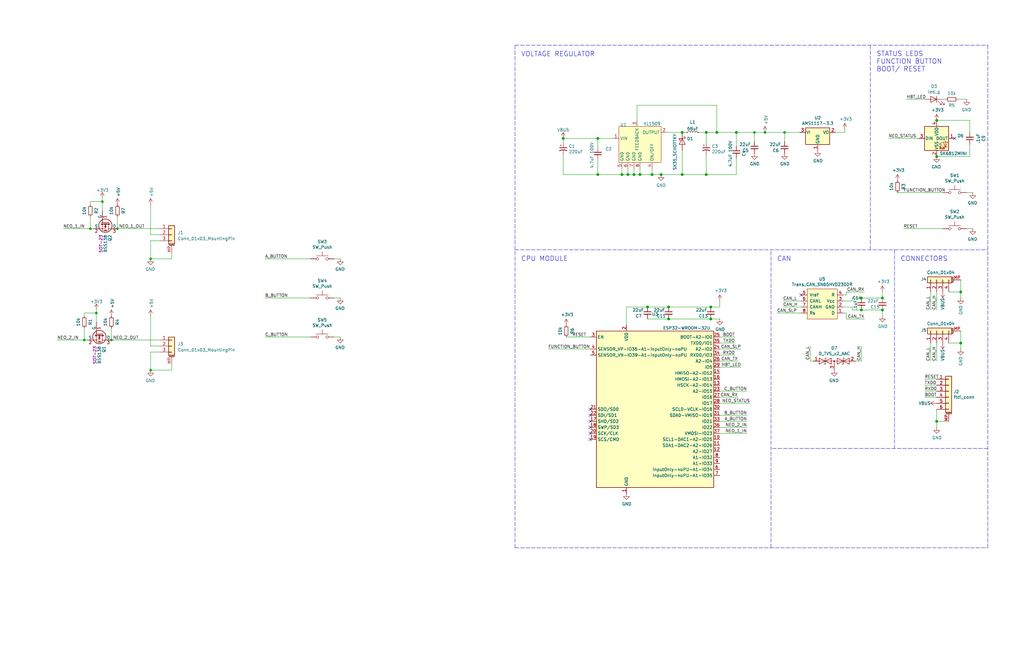
<source format=kicad_sch>
(kicad_sch (version 20230121) (generator eeschema)
  (paper "B")
  (title_block (rev "1.0P") (company "Evezor Inc."))
  (lib_symbols
    (symbol "Connector_Generic_MountingPin:Conn_01x03_MountingPin" (pin_names (offset 1.016) hide)
      (property "Reference" "J" (at 0 5.08 0))
      (property "Value" "Conn_01x03_MountingPin" (at 1.27 -5.08 0))
      (symbol "Conn_01x03_MountingPin_1_1"
        (rectangle (start -1.27 -2.413) (end 0 -2.667) (stroke (width 0.1524)))
        (rectangle (start -1.27 0.127) (end 0 -0.127) (stroke (width 0.1524)))
        (rectangle (start -1.27 2.667) (end 0 2.413) (stroke (width 0.1524)))
        (rectangle (start -1.27 3.81) (end 1.27 -3.81) (stroke (width 0.254)) (fill (type background)))
        (polyline (pts (xy -1.016 -4.572) (xy 1.016 -4.572)) (stroke (width 0.1524)))
        (text "Mounting" (at 0 -4.191 0) (effects (font (size 0.381 0.381))))
        (pin passive line (at -5.08 2.54 0) (length 3.81) (name "Pin_1") (number "1"))
        (pin passive line (at -5.08 0 0) (length 3.81) (name "Pin_2") (number "2"))
        (pin passive line (at -5.08 -2.54 0) (length 3.81) (name "Pin_3") (number "3"))
        (pin passive line (at 0 -7.62 90) (length 3.048) (name "MountPin") (number "MP"))
      )
    )
    (symbol "Connector_Generic_MountingPin:Conn_01x04_MountingPin" (pin_names (offset 1.016) hide)
      (property "Reference" "J" (at 0 5.08 0))
      (property "Value" "Conn_01x04_MountingPin" (at 1.27 -7.62 0))
      (symbol "Conn_01x04_MountingPin_1_1"
        (rectangle (start -1.27 -4.953) (end 0 -5.207) (stroke (width 0.1524)))
        (rectangle (start -1.27 -2.413) (end 0 -2.667) (stroke (width 0.1524)))
        (rectangle (start -1.27 0.127) (end 0 -0.127) (stroke (width 0.1524)))
        (rectangle (start -1.27 2.667) (end 0 2.413) (stroke (width 0.1524)))
        (rectangle (start -1.27 3.81) (end 1.27 -6.35) (stroke (width 0.254)) (fill (type background)))
        (polyline (pts (xy -1.016 -7.112) (xy 1.016 -7.112)) (stroke (width 0.1524)))
        (text "Mounting" (at 0 -6.731 0) (effects (font (size 0.381 0.381))))
        (pin passive line (at -5.08 2.54 0) (length 3.81) (name "Pin_1") (number "1"))
        (pin passive line (at -5.08 0 0) (length 3.81) (name "Pin_2") (number "2"))
        (pin passive line (at -5.08 -2.54 0) (length 3.81) (name "Pin_3") (number "3"))
        (pin passive line (at -5.08 -5.08 0) (length 3.81) (name "Pin_4") (number "4"))
        (pin passive line (at 0 -10.16 90) (length 3.048) (name "MountPin") (number "MP"))
      )
    )
    (symbol "Connector_Generic_MountingPin:Conn_01x06_MountingPin" (pin_names (offset 1.016) hide)
      (property "Reference" "J" (at 0 7.62 0))
      (property "Value" "Conn_01x06_MountingPin" (at 1.27 -10.16 0))
      (symbol "Conn_01x06_MountingPin_1_1"
        (rectangle (start -1.27 -7.493) (end 0 -7.747) (stroke (width 0.1524)))
        (rectangle (start -1.27 -4.953) (end 0 -5.207) (stroke (width 0.1524)))
        (rectangle (start -1.27 -2.413) (end 0 -2.667) (stroke (width 0.1524)))
        (rectangle (start -1.27 0.127) (end 0 -0.127) (stroke (width 0.1524)))
        (rectangle (start -1.27 2.667) (end 0 2.413) (stroke (width 0.1524)))
        (rectangle (start -1.27 5.207) (end 0 4.953) (stroke (width 0.1524)))
        (rectangle (start -1.27 6.35) (end 1.27 -8.89) (stroke (width 0.254)) (fill (type background)))
        (polyline (pts (xy -1.016 -9.652) (xy 1.016 -9.652)) (stroke (width 0.1524)))
        (text "Mounting" (at 0 -9.271 0) (effects (font (size 0.381 0.381))))
        (pin passive line (at -5.08 5.08 0) (length 3.81) (name "Pin_1") (number "1"))
        (pin passive line (at -5.08 2.54 0) (length 3.81) (name "Pin_2") (number "2"))
        (pin passive line (at -5.08 0 0) (length 3.81) (name "Pin_3") (number "3"))
        (pin passive line (at -5.08 -2.54 0) (length 3.81) (name "Pin_4") (number "4"))
        (pin passive line (at -5.08 -5.08 0) (length 3.81) (name "Pin_5") (number "5"))
        (pin passive line (at -5.08 -7.62 0) (length 3.81) (name "Pin_6") (number "6"))
        (pin passive line (at 0 -12.7 90) (length 3.048) (name "MountPin") (number "MP"))
      )
    )
    (symbol "Device:CP1_Small" (pin_numbers hide) (pin_names (offset 0.254) hide)
      (property "Reference" "C" (at 0.254 1.778 0))
      (property "Value" "CP1_Small" (at 0.254 -2.032 0))
      (symbol "CP1_Small_0_1"
        (polyline (pts (xy -1.524 0.508) (xy 1.524 0.508)) (stroke (width 0.3048)))
        (polyline (pts (xy -1.27 1.524) (xy -0.762 1.524)))
        (polyline (pts (xy -1.016 1.27) (xy -1.016 1.778)))
        (arc (start 1.524 -0.762) (mid 0 -0.3734) (end -1.524 -0.762) (stroke (width 0.3048)))
      )
      (symbol "CP1_Small_1_1"
        (pin passive line (at 0 2.54 270) (length 2.032) (name "~") (number "1"))
        (pin passive line (at 0 -2.54 90) (length 2.032) (name "~") (number "2"))
      )
    )
    (symbol "Device:C_Small" (pin_numbers hide) (pin_names (offset 0.254) hide)
      (property "Reference" "C" (at 0.254 1.778 0))
      (property "Value" "C_Small" (at 0.254 -2.032 0))
      (symbol "C_Small_0_1"
        (polyline (pts (xy -1.524 -0.508) (xy 1.524 -0.508)) (stroke (width 0.3302)))
        (polyline (pts (xy -1.524 0.508) (xy 1.524 0.508)) (stroke (width 0.3048)))
      )
      (symbol "C_Small_1_1"
        (pin passive line (at 0 2.54 270) (length 2.032) (name "~") (number "1"))
        (pin passive line (at 0 -2.54 90) (length 2.032) (name "~") (number "2"))
      )
    )
    (symbol "Device:D_Schottky" (pin_numbers hide) (pin_names (offset 1.016) hide)
      (property "Reference" "D" (at 0 2.54 0))
      (property "Value" "D_Schottky" (at 0 -2.54 0))
      (symbol "D_Schottky_0_1"
        (polyline (pts (xy 1.27 0) (xy -1.27 0)))
        (polyline (pts (xy 1.27 1.27) (xy 1.27 -1.27) (xy -1.27 0) (xy 1.27 1.27)) (stroke (width 0.2032)))
        (polyline (pts (xy -1.905 0.635) (xy -1.905 1.27) (xy -1.27 1.27) (xy -1.27 -1.27) (xy -0.635 -1.27) (xy -0.635 -0.635)) (stroke (width 0.2032)))
      )
      (symbol "D_Schottky_1_1"
        (pin passive line (at -3.81 0 0) (length 2.54) (name "K") (number "1"))
        (pin passive line (at 3.81 0 180) (length 2.54) (name "A") (number "2"))
      )
    )
    (symbol "Device:D_TVS_x2_AAC" (pin_names (offset 1.016) hide)
      (property "Reference" "D" (at 0 4.445 0))
      (property "Value" "D_TVS_x2_AAC" (at 0 2.54 0))
      (symbol "D_TVS_x2_AAC_0_0"
        (polyline (pts (xy 0 -1.27) (xy 0 0)))
      )
      (symbol "D_TVS_x2_AAC_0_1"
        (polyline (pts (xy -6.35 0) (xy 6.35 0)))
        (polyline (pts (xy -3.302 1.27) (xy -3.81 1.27) (xy -3.81 -1.27) (xy -4.318 -1.27)) (stroke (width 0.2032)))
        (polyline (pts (xy 4.318 1.27) (xy 3.81 1.27) (xy 3.81 -1.27) (xy 3.302 -1.27)) (stroke (width 0.2032)))
        (polyline (pts (xy -6.35 -1.27) (xy -1.27 1.27) (xy -1.27 -1.27) (xy -6.35 1.27) (xy -6.35 -1.27)) (stroke (width 0.2032)))
        (polyline (pts (xy 1.27 -1.27) (xy 1.27 1.27) (xy 6.35 -1.27) (xy 6.35 1.27) (xy 1.27 -1.27)) (stroke (width 0.2032)))
        (circle (center 0 0) (radius 0.254) (fill (type outline)))
      )
      (symbol "D_TVS_x2_AAC_1_1"
        (pin passive line (at -8.89 0 0) (length 2.54) (name "A1") (number "1"))
        (pin passive line (at 8.89 0 180) (length 2.54) (name "A2") (number "2"))
        (pin input line (at 0 -3.81 90) (length 2.54) (name "common") (number "3"))
      )
    )
    (symbol "Device:LED" (pin_numbers hide) (pin_names (offset 1.016) hide)
      (property "Reference" "D" (at 0 2.54 0))
      (property "Value" "LED" (at 0 -2.54 0))
      (symbol "LED_0_1"
        (polyline (pts (xy -1.27 -1.27) (xy -1.27 1.27)) (stroke (width 0.2032)))
        (polyline (pts (xy -1.27 0) (xy 1.27 0)))
        (polyline (pts (xy 1.27 -1.27) (xy 1.27 1.27) (xy -1.27 0) (xy 1.27 -1.27)) (stroke (width 0.2032)))
        (polyline (pts (xy -3.048 -0.762) (xy -4.572 -2.286) (xy -3.81 -2.286) (xy -4.572 -2.286) (xy -4.572 -1.524)))
        (polyline (pts (xy -1.778 -0.762) (xy -3.302 -2.286) (xy -2.54 -2.286) (xy -3.302 -2.286) (xy -3.302 -1.524)))
      )
      (symbol "LED_1_1"
        (pin passive line (at -3.81 0 0) (length 2.54) (name "K") (number "1"))
        (pin passive line (at 3.81 0 180) (length 2.54) (name "A") (number "2"))
      )
    )
    (symbol "Device:L_Small" (pin_numbers hide) (pin_names (offset 0.254) hide)
      (property "Reference" "L" (at 0.762 1.016 0))
      (property "Value" "L_Small" (at 0.762 -1.016 0))
      (symbol "L_Small_0_1"
        (arc (start 0 -2.032) (mid 0.5058 -1.524) (end 0 -1.016))
        (arc (start 0 -1.016) (mid 0.5058 -0.508) (end 0 0))
        (arc (start 0 0) (mid 0.5058 0.508) (end 0 1.016))
        (arc (start 0 1.016) (mid 0.5058 1.524) (end 0 2.032))
      )
      (symbol "L_Small_1_1"
        (pin passive line (at 0 2.54 270) (length 0.508) (name "~") (number "1"))
        (pin passive line (at 0 -2.54 90) (length 0.508) (name "~") (number "2"))
      )
    )
    (symbol "Device:R_Small" (pin_numbers hide) (pin_names (offset 0.254) hide)
      (property "Reference" "R" (at 0.762 0.508 0))
      (property "Value" "R_Small" (at 0.762 -1.016 0))
      (symbol "R_Small_0_1"
        (rectangle (start -0.762 1.778) (end 0.762 -1.778) (stroke (width 0.2032)))
      )
      (symbol "R_Small_1_1"
        (pin passive line (at 0 2.54 270) (length 0.762) (name "~") (number "1"))
        (pin passive line (at 0 -2.54 90) (length 0.762) (name "~") (number "2"))
      )
    )
    (symbol "Evezor_Library:ESP32-WROOM-32U"
      (property "Reference" "U" (at -25.4 34.29 0))
      (property "Value" "ESP32-WROOM-32U" (at 12.7 34.29 0))
      (symbol "ESP32-WROOM-32U_0_1"
        (rectangle (start -25.4 33.02) (end 24.13 -33.02) (stroke (width 0.254)) (fill (type background)))
      )
      (symbol "ESP32-WROOM-32U_1_1"
        (pin power_in line (at -12.7 -35.56 90) (length 2.54) (name "GND") (number "1"))
        (pin bidirectional line (at 26.67 -12.7 180) (length 2.54) (name "SCL1-DAC1-A2-IO25") (number "10"))
        (pin bidirectional line (at 26.67 -15.24 180) (length 2.54) (name "SDA1-DAC2-A2-IO26") (number "11"))
        (pin bidirectional line (at 26.67 -17.78 180) (length 2.54) (name "A2-IO27") (number "12"))
        (pin bidirectional line (at 26.67 10.16 180) (length 2.54) (name "HSCK-A2-IO14") (number "13"))
        (pin bidirectional line (at 26.67 15.24 180) (length 2.54) (name "HMISO-A2-IO12") (number "14"))
        (pin passive line (at -12.7 -35.56 90) (length 2.54) hide (name "GND") (number "15"))
        (pin bidirectional line (at 26.67 12.7 180) (length 2.54) (name "HMOSI-A2-IO13") (number "16"))
        (pin bidirectional line (at -27.94 -5.08 0) (length 2.54) (name "SHD/SD2") (number "17"))
        (pin bidirectional line (at -27.94 -7.62 0) (length 2.54) (name "SWP/SD3") (number "18"))
        (pin bidirectional line (at -27.94 -12.7 0) (length 2.54) (name "SCS/CMD") (number "19"))
        (pin power_in line (at -12.7 35.56 270) (length 2.54) (name "VDD") (number "2"))
        (pin bidirectional line (at -27.94 -10.16 0) (length 2.54) (name "SCK/CLK") (number "20"))
        (pin bidirectional line (at -27.94 0 0) (length 2.54) (name "SDO/SD0") (number "21"))
        (pin bidirectional line (at -27.94 -2.54 0) (length 2.54) (name "SDI/SD1") (number "22"))
        (pin bidirectional line (at 26.67 7.62 180) (length 2.54) (name "A2-IO15") (number "23"))
        (pin bidirectional line (at 26.67 25.4 180) (length 2.54) (name "A2-IO2") (number "24"))
        (pin bidirectional line (at 26.67 30.48 180) (length 2.54) (name "BOOT-A2-IO0") (number "25"))
        (pin bidirectional line (at 26.67 20.32 180) (length 2.54) (name "A2-IO4") (number "26"))
        (pin bidirectional line (at 26.67 5.08 180) (length 2.54) (name "IO16") (number "27"))
        (pin bidirectional line (at 26.67 2.54 180) (length 2.54) (name "IO17") (number "28"))
        (pin bidirectional line (at 26.67 17.78 180) (length 2.54) (name "IO5") (number "29"))
        (pin input line (at -27.94 30.48 0) (length 2.54) (name "EN") (number "3"))
        (pin bidirectional line (at 26.67 0 180) (length 2.54) (name "SCL0-VCLK-IO18") (number "30"))
        (pin bidirectional line (at 26.67 -2.54 180) (length 2.54) (name "SDA0-VMISO-IO19") (number "31"))
        (pin no_connect line (at -25.4 -27.94 0) (length 2.54) hide (name "NC") (number "32"))
        (pin bidirectional line (at 26.67 -5.08 180) (length 2.54) (name "IO21") (number "33"))
        (pin bidirectional line (at 26.67 22.86 180) (length 2.54) (name "RXD0/IO3") (number "34"))
        (pin bidirectional line (at 26.67 27.94 180) (length 2.54) (name "TXD0/IO1") (number "35"))
        (pin bidirectional line (at 26.67 -7.62 180) (length 2.54) (name "IO22") (number "36"))
        (pin bidirectional line (at 26.67 -10.16 180) (length 2.54) (name "VMOSI-IO23") (number "37"))
        (pin passive line (at -12.7 -35.56 90) (length 2.54) hide (name "GND") (number "38"))
        (pin passive line (at -12.7 -35.56 90) (length 2.54) hide (name "GND") (number "39"))
        (pin input line (at -27.94 25.4 0) (length 2.54) (name "SENSOR_VP-IO36-A1-inputOnly-noPU") (number "4"))
        (pin input line (at -27.94 22.86 0) (length 2.54) (name "SENSOR_VN-IO39-A1-inputOnly-noPU") (number "5"))
        (pin input line (at 26.67 -25.4 180) (length 2.54) (name "inputOnly-noPU-A1-IO34") (number "6"))
        (pin input line (at 26.67 -27.94 180) (length 2.54) (name "inputOnly-noPU-A1-IO35") (number "7"))
        (pin bidirectional line (at 26.67 -20.32 180) (length 2.54) (name "A1-IO32") (number "8"))
        (pin bidirectional line (at 26.67 -22.86 180) (length 2.54) (name "A1-IO33") (number "9"))
      )
    )
    (symbol "Evezor_Library:Trans_CAN_SN65HVD230DR" (pin_names (offset 1.016))
      (property "Reference" "U" (at 0 7.62 0))
      (property "Value" "Trans_CAN_SN65HVD230DR" (at 0 -7.62 0))
      (symbol "Trans_CAN_SN65HVD230DR_0_1"
        (rectangle (start -6.35 6.35) (end 6.35 -6.35) (fill (type background)))
      )
      (symbol "Trans_CAN_SN65HVD230DR_1_1"
        (pin input line (at -8.89 3.81 0) (length 2.54) (name "D") (number "1"))
        (pin input line (at -8.89 1.27 0) (length 2.54) (name "GND") (number "2"))
        (pin input line (at -8.89 -1.27 0) (length 2.54) (name "Vcc") (number "3"))
        (pin input line (at -8.89 -3.81 0) (length 2.54) (name "R") (number "4"))
        (pin input line (at 8.89 -3.81 180) (length 2.54) (name "Vref") (number "5"))
        (pin input line (at 8.89 -1.27 180) (length 2.54) (name "CANL") (number "6"))
        (pin input line (at 8.89 1.27 180) (length 2.54) (name "CANH") (number "7"))
        (pin input line (at 8.89 3.81 180) (length 2.54) (name "Rs") (number "8"))
      )
    )
    (symbol "Evezor_Library:XL1509"
      (property "Reference" "U" (at -7.62 10.16 0))
      (property "Value" "XL1509" (at 5.08 10.16 0))
      (symbol "XL1509_0_1"
        (rectangle (start -8.89 8.89) (end 8.89 -6.35) (stroke (width 0.1524)) (fill (type background)))
      )
      (symbol "XL1509_1_1"
        (pin input line (at -11.43 3.81 0) (length 2.54) (name "VIN") (number "1"))
        (pin output line (at 11.43 6.35 180) (length 2.54) (name "OUTPUT") (number "2"))
        (pin passive line (at -1.27 11.43 270) (length 2.54) (name "FEEDBACK") (number "3"))
        (pin passive line (at 5.08 -8.89 90) (length 2.54) (name "ON/OFF") (number "4"))
        (pin passive line (at -7.62 -8.89 90) (length 2.54) (name "GND") (number "5"))
        (pin passive line (at -5.08 -8.89 90) (length 2.54) (name "GND") (number "6"))
        (pin passive line (at -2.54 -8.89 90) (length 2.54) (name "GND") (number "7"))
        (pin passive line (at 0 -8.89 90) (length 2.54) (name "GND") (number "8"))
      )
    )
    (symbol "LED:SK6812MINI" (pin_names (offset 0.254))
      (property "Reference" "D" (at 5.08 5.715 0))
      (property "Value" "SK6812MINI" (at 1.27 -5.715 0))
      (symbol "SK6812MINI_0_0"
        (text "RGB" (at 2.286 -4.191 0) (effects (font (size 0.762 0.762))))
      )
      (symbol "SK6812MINI_0_1"
        (polyline (pts (xy 1.27 -3.556) (xy 1.778 -3.556)))
        (polyline (pts (xy 1.27 -2.54) (xy 1.778 -2.54)))
        (polyline (pts (xy 4.699 -3.556) (xy 2.667 -3.556)))
        (polyline (pts (xy 2.286 -2.54) (xy 1.27 -3.556) (xy 1.27 -3.048)))
        (polyline (pts (xy 2.286 -1.524) (xy 1.27 -2.54) (xy 1.27 -2.032)))
        (polyline (pts (xy 3.683 -1.016) (xy 3.683 -3.556) (xy 3.683 -4.064)))
        (polyline (pts (xy 4.699 -1.524) (xy 2.667 -1.524) (xy 3.683 -3.556) (xy 4.699 -1.524)))
        (rectangle (start 5.08 5.08) (end -5.08 -5.08) (stroke (width 0.254)) (fill (type background)))
      )
      (symbol "SK6812MINI_1_1"
        (pin output line (at 7.62 0 180) (length 2.54) (name "DOUT") (number "1"))
        (pin power_in line (at 0 -7.62 90) (length 2.54) (name "VSS") (number "2"))
        (pin input line (at -7.62 0 0) (length 2.54) (name "DIN") (number "3"))
        (pin power_in line (at 0 7.62 270) (length 2.54) (name "VDD") (number "4"))
      )
    )
    (symbol "NANO_SLAVE_BOARD-rescue:BSS138-RESCUE-NANO_SLAVE_BOARD" (pin_names (offset 0))
      (property "Reference" "Q" (at 5.08 1.905 0))
      (property "Value" "BSS138-RESCUE-NANO_SLAVE_BOARD" (at 5.08 0 0))
      (property "Footprint" "SOT-23" (at 5.08 -1.905 0))
      (symbol "BSS138-RESCUE-NANO_SLAVE_BOARD_0_1"
        (polyline (pts (xy 0.635 -1.016) (xy 0.635 -1.651)) (stroke (width 0.508)))
        (polyline (pts (xy 0.635 0.381) (xy 0.635 -0.381)) (stroke (width 0.508)))
        (polyline (pts (xy 0.635 1.651) (xy 0.635 1.016)) (stroke (width 0.508)))
        (polyline (pts (xy 3.048 0.381) (xy 2.921 0.254)))
        (polyline (pts (xy 3.048 0.381) (xy 3.556 0.381)))
        (polyline (pts (xy 3.556 0.381) (xy 3.683 0.508)))
        (polyline (pts (xy 0 1.524) (xy 0 -1.524) (xy 0 -1.524)) (stroke (width 0.254)))
        (polyline (pts (xy 0.762 -1.27) (xy 2.54 -1.27) (xy 2.54 -2.54) (xy 2.54 -2.54)))
        (polyline (pts (xy 0.762 1.27) (xy 2.54 1.27) (xy 2.54 2.54) (xy 2.54 2.54)))
        (polyline (pts (xy 2.54 1.27) (xy 3.302 1.27) (xy 3.302 -1.27) (xy 2.54 -1.27)))
        (polyline (pts (xy 3.302 0.381) (xy 3.048 -0.254) (xy 3.556 -0.254) (xy 3.302 0.381)) (fill (type outline)))
        (polyline (pts (xy 0.762 0) (xy 1.27 0) (xy 2.54 0) (xy 2.54 -1.27) (xy 2.54 -1.27)))
        (polyline (pts (xy 0.889 0) (xy 1.905 0.381) (xy 1.905 -0.381) (xy 0.889 0) (xy 1.016 0) (xy 1.016 0)) (fill (type outline)))
        (circle (center 1.27 0) (radius 2.8194) (stroke (width 0.254)))
        (circle (center 2.54 -1.27) (radius 0.127))
        (circle (center 2.54 1.27) (radius 0.127))
      )
      (symbol "BSS138-RESCUE-NANO_SLAVE_BOARD_1_1"
        (pin passive line (at -5.08 -1.27 0) (length 5.08) (name "G") (number "1"))
        (pin passive line (at 2.54 -5.08 90) (length 2.54) (name "S") (number "2"))
        (pin passive line (at 2.54 5.08 270) (length 2.54) (name "D") (number "3"))
      )
    )
    (symbol "Regulator_Linear:AMS1117-3.3" (pin_names (offset 0.254))
      (property "Reference" "U" (at -3.81 3.175 0))
      (property "Value" "AMS1117-3.3" (at 0 3.175 0))
      (symbol "AMS1117-3.3_0_1"
        (rectangle (start -5.08 -5.08) (end 5.08 1.905) (stroke (width 0.254)) (fill (type background)))
      )
      (symbol "AMS1117-3.3_1_1"
        (pin power_in line (at 0 -7.62 90) (length 2.54) (name "GND") (number "1"))
        (pin power_out line (at 7.62 0 180) (length 2.54) (name "VO") (number "2"))
        (pin power_in line (at -7.62 0 0) (length 2.54) (name "VI") (number "3"))
      )
    )
    (symbol "Switch:SW_Push" (pin_numbers hide) (pin_names (offset 1.016) hide)
      (property "Reference" "SW" (at 1.27 2.54 0))
      (property "Value" "SW_Push" (at 0 -1.524 0))
      (symbol "SW_Push_0_1"
        (circle (center -2.032 0) (radius 0.508))
        (polyline (pts (xy 0 1.27) (xy 0 3.048)))
        (polyline (pts (xy 2.54 1.27) (xy -2.54 1.27)))
        (circle (center 2.032 0) (radius 0.508))
        (pin passive line (at -5.08 0 0) (length 2.54) (name "1") (number "1"))
        (pin passive line (at 5.08 0 180) (length 2.54) (name "2") (number "2"))
      )
    )
    (symbol "power:+3.3V" (power) (pin_names (offset 0))
      (property "Value" "+3.3V" (at 0 3.556 0))
      (symbol "+3.3V_0_1"
        (polyline (pts (xy -0.762 1.27) (xy 0 2.54)))
        (polyline (pts (xy 0 0) (xy 0 2.54)))
        (polyline (pts (xy 0 2.54) (xy 0.762 1.27)))
      )
      (symbol "+3.3V_1_1"
        (pin power_in line (at 0 0 90) (length 0) hide (name "+3V3") (number "1"))
      )
    )
    (symbol "power:+5V" (power) (pin_names (offset 0))
      (property "Value" "+5V" (at 0 3.556 0))
      (symbol "+5V_0_1"
        (polyline (pts (xy -0.762 1.27) (xy 0 2.54)))
        (polyline (pts (xy 0 0) (xy 0 2.54)))
        (polyline (pts (xy 0 2.54) (xy 0.762 1.27)))
      )
      (symbol "+5V_1_1"
        (pin power_in line (at 0 0 90) (length 0) hide (name "+5V") (number "1"))
      )
    )
    (symbol "power:GND" (power) (pin_names (offset 0))
      (property "Value" "GND" (at 0 -3.81 0))
      (symbol "GND_0_1"
        (polyline (pts (xy 0 0) (xy 0 -1.27) (xy 1.27 -1.27) (xy 0 -2.54) (xy -1.27 -1.27) (xy 0 -1.27)))
      )
      (symbol "GND_1_1"
        (pin power_in line (at 0 0 270) (length 0) hide (name "GND") (number "1"))
      )
    )
    (symbol "power:VBUS" (power) (pin_names (offset 0))
      (property "Value" "VBUS" (at 0 3.81 0))
      (symbol "VBUS_0_1"
        (polyline (pts (xy -0.762 1.27) (xy 0 2.54)))
        (polyline (pts (xy 0 0) (xy 0 2.54)))
        (polyline (pts (xy 0 2.54) (xy 0.762 1.27)))
      )
      (symbol "VBUS_1_1"
        (pin power_in line (at 0 0 90) (length 0) hide (name "VBUS") (number "1"))
      )
    )
  )
  (junction (at 274.955 73.66) (diameter 1.016))
  (junction (at 363.22 125.73) (diameter 1.016))
  (junction (at 318.135 55.88))
  (junction (at 299.72 129.54) (diameter 1.016))
  (junction (at 330.835 55.88))
  (junction (at 262.255 73.66) (diameter 1.016))
  (junction (at 363.22 130.81) (diameter 1.016))
  (junction (at 237.49 58.42) (diameter 1.016))
  (junction (at 252.095 58.42) (diameter 1.016))
  (junction (at 297.815 55.88) (diameter 1.016))
  (junction (at 281.94 129.54) (diameter 1.016))
  (junction (at 40.64 132.08))
  (junction (at 302.26 55.88) (diameter 1.016))
  (junction (at 394.97 66.04) (diameter 1.016))
  (junction (at 287.655 55.88) (diameter 1.016))
  (junction (at 405.13 123.19) (diameter 1.016))
  (junction (at 310.515 55.88) (diameter 1.016))
  (junction (at 394.97 50.8) (diameter 1.016))
  (junction (at 63.5 109.22))
  (junction (at 322.58 55.88))
  (junction (at 281.94 134.62) (diameter 1.016))
  (junction (at 264.795 73.66) (diameter 1.016))
  (junction (at 299.72 134.62) (diameter 1.016))
  (junction (at 38.1 96.52))
  (junction (at 297.815 73.66) (diameter 1.016))
  (junction (at 63.5 156.21))
  (junction (at 287.655 73.66) (diameter 1.016))
  (junction (at 372.11 130.81) (diameter 1.016))
  (junction (at 372.11 125.73) (diameter 1.016))
  (junction (at 269.875 73.66) (diameter 1.016))
  (junction (at 35.56 143.51))
  (junction (at 252.095 73.66) (diameter 1.016))
  (junction (at 46.99 143.51))
  (junction (at 43.18 85.09))
  (junction (at 278.765 73.66) (diameter 1.016))
  (junction (at 49.53 96.52))
  (junction (at 394.97 177.8) (diameter 1.016))
  (junction (at 273.05 129.54) (diameter 1.016))
  (junction (at 267.335 73.66) (diameter 1.016))
  (junction (at 405.13 144.78) (diameter 1.016))
  (no_connect (at 248.92 180.34))
  (no_connect (at 248.92 177.8))
  (no_connect (at 248.92 172.72))
  (no_connect (at 402.59 58.42))
  (no_connect (at 248.92 175.26))
  (no_connect (at 337.82 124.46))
  (no_connect (at 248.92 182.88))
  (no_connect (at 248.92 185.42))
  (wire (pts (xy 294.64 55.88) (xy 297.815 55.88)))
  (wire (pts (xy 140.97 125.73) (xy 143.51 125.73)))
  (wire (pts (xy 40.64 130.81) (xy 40.64 132.08)))
  (wire (pts (xy 363.22 146.05) (xy 363.22 152.4)))
  (wire (pts (xy 297.815 55.88) (xy 297.815 60.325)))
  (polyline (pts (xy 367.03 19.05) (xy 367.03 105.41)) (stroke (width 0) (type dash)))
  (wire (pts (xy 337.82 129.54) (xy 330.2 129.54)))
  (wire (pts (xy 356.87 134.62) (xy 364.49 134.62)))
  (wire (pts (xy 394.97 123.19) (xy 394.97 130.81)))
  (wire (pts (xy 387.35 58.42) (xy 374.65 58.42)))
  (wire (pts (xy 35.56 138.43) (xy 35.56 143.51)))
  (wire (pts (xy 355.6 124.46) (xy 356.87 124.46)))
  (wire (pts (xy 322.58 55.88) (xy 330.835 55.88)))
  (wire (pts (xy 287.655 73.66) (xy 297.815 73.66)))
  (wire (pts (xy 392.43 123.19) (xy 392.43 130.81)))
  (wire (pts (xy 341.63 146.05) (xy 341.63 152.4)))
  (wire (pts (xy 356.87 124.46) (xy 356.87 123.19)))
  (wire (pts (xy 372.11 125.73) (xy 372.11 123.19)))
  (wire (pts (xy 67.31 146.05) (xy 63.5 146.05)))
  (wire (pts (xy 303.53 177.8) (xy 314.96 177.8)))
  (wire (pts (xy 237.49 73.66) (xy 252.095 73.66)))
  (wire (pts (xy 252.095 58.42) (xy 237.49 58.42)))
  (wire (pts (xy 63.5 101.6) (xy 63.5 109.22)))
  (wire (pts (xy 403.86 41.91) (xy 407.67 41.91)))
  (wire (pts (xy 303.53 142.24) (xy 309.88 142.24)))
  (wire (pts (xy 252.095 58.42) (xy 252.095 62.23)))
  (wire (pts (xy 363.22 125.73) (xy 372.11 125.73)))
  (wire (pts (xy 394.97 66.04) (xy 408.94 66.04)))
  (wire (pts (xy 111.76 109.22) (xy 130.81 109.22)))
  (wire (pts (xy 67.31 99.06) (xy 63.5 99.06)))
  (wire (pts (xy 356.87 123.19) (xy 364.49 123.19)))
  (wire (pts (xy 38.1 85.09) (xy 38.1 86.36)))
  (wire (pts (xy 363.22 130.81) (xy 372.11 130.81)))
  (wire (pts (xy 359.41 127) (xy 359.41 125.73)))
  (wire (pts (xy 268.605 44.45) (xy 302.26 44.45)))
  (wire (pts (xy 140.97 142.24) (xy 143.51 142.24)))
  (wire (pts (xy 299.72 129.54) (xy 303.53 129.54)))
  (wire (pts (xy 274.955 71.12) (xy 274.955 73.66)))
  (wire (pts (xy 310.515 55.88) (xy 310.515 61.595)))
  (wire (pts (xy 269.875 71.12) (xy 269.875 73.66)))
  (wire (pts (xy 297.815 55.88) (xy 302.26 55.88)))
  (wire (pts (xy 40.64 132.08) (xy 40.64 135.89)))
  (wire (pts (xy 389.89 160.02) (xy 394.97 160.02)))
  (wire (pts (xy 303.53 129.54) (xy 303.53 127)))
  (polyline (pts (xy 217.17 19.05) (xy 416.56 19.05)) (stroke (width 0) (type dash)))
  (wire (pts (xy 318.135 55.88) (xy 318.135 59.69)))
  (wire (pts (xy 46.99 138.43) (xy 46.99 143.51)))
  (wire (pts (xy 394.97 177.8) (xy 400.05 177.8)))
  (wire (pts (xy 303.53 165.1) (xy 314.96 165.1)))
  (wire (pts (xy 400.05 144.78) (xy 405.13 144.78)))
  (wire (pts (xy 352.425 55.88) (xy 356.235 55.88)))
  (wire (pts (xy 327.66 132.08) (xy 337.82 132.08)))
  (wire (pts (xy 341.63 152.4) (xy 342.9 152.4)))
  (wire (pts (xy 264.795 73.66) (xy 267.335 73.66)))
  (wire (pts (xy 67.31 148.59) (xy 63.5 148.59)))
  (wire (pts (xy 302.26 55.88) (xy 310.515 55.88)))
  (wire (pts (xy 252.095 73.66) (xy 262.255 73.66)))
  (wire (pts (xy 63.5 146.05) (xy 63.5 133.35)))
  (wire (pts (xy 26.67 96.52) (xy 38.1 96.52)))
  (wire (pts (xy 287.655 55.88) (xy 289.56 55.88)))
  (wire (pts (xy 278.765 73.66) (xy 287.655 73.66)))
  (wire (pts (xy 309.88 149.86) (xy 303.53 149.86)))
  (wire (pts (xy 264.795 71.12) (xy 264.795 73.66)))
  (wire (pts (xy 378.46 81.28) (xy 397.51 81.28)))
  (wire (pts (xy 382.27 41.91) (xy 389.89 41.91)))
  (wire (pts (xy 355.6 127) (xy 359.41 127)))
  (wire (pts (xy 355.6 132.08) (xy 356.87 132.08)))
  (wire (pts (xy 72.39 106.68) (xy 72.39 109.22)))
  (wire (pts (xy 274.955 73.66) (xy 278.765 73.66)))
  (wire (pts (xy 287.655 73.66) (xy 287.655 63.5)))
  (wire (pts (xy 394.97 172.72) (xy 394.97 177.8)))
  (wire (pts (xy 394.97 177.8) (xy 394.97 180.34)))
  (wire (pts (xy 35.56 132.08) (xy 40.64 132.08)))
  (wire (pts (xy 363.22 152.4) (xy 360.68 152.4)))
  (wire (pts (xy 407.67 81.28) (xy 410.21 81.28)))
  (wire (pts (xy 237.49 65.405) (xy 237.49 73.66)))
  (polyline (pts (xy 217.17 231.14) (xy 217.17 19.05)) (stroke (width 0) (type dash)))
  (wire (pts (xy 394.97 167.64) (xy 389.89 167.64)))
  (wire (pts (xy 38.1 91.44) (xy 38.1 96.52)))
  (wire (pts (xy 297.815 73.66) (xy 297.815 65.405)))
  (wire (pts (xy 407.67 96.52) (xy 410.21 96.52)))
  (wire (pts (xy 35.56 132.08) (xy 35.56 133.35)))
  (wire (pts (xy 303.53 152.4) (xy 311.15 152.4)))
  (polyline (pts (xy 416.56 189.23) (xy 325.12 189.23)) (stroke (width 0) (type dash)))
  (wire (pts (xy 67.31 101.6) (xy 63.5 101.6)))
  (wire (pts (xy 299.72 134.62) (xy 303.53 134.62)))
  (polyline (pts (xy 416.56 19.05) (xy 416.56 231.14)) (stroke (width 0) (type dash)))
  (wire (pts (xy 310.515 55.88) (xy 318.135 55.88)))
  (wire (pts (xy 281.94 134.62) (xy 299.72 134.62)))
  (polyline (pts (xy 377.19 105.41) (xy 377.19 189.23)) (stroke (width 0) (type dash)))
  (wire (pts (xy 63.5 109.22) (xy 72.39 109.22)))
  (wire (pts (xy 262.255 71.12) (xy 262.255 73.66)))
  (wire (pts (xy 231.14 147.32) (xy 248.92 147.32)))
  (wire (pts (xy 356.87 132.08) (xy 356.87 134.62)))
  (wire (pts (xy 405.13 118.11) (xy 405.13 123.19)))
  (wire (pts (xy 355.6 129.54) (xy 359.41 129.54)))
  (wire (pts (xy 281.305 55.88) (xy 287.655 55.88)))
  (wire (pts (xy 316.23 170.18) (xy 303.53 170.18)))
  (wire (pts (xy 408.94 66.04) (xy 408.94 60.96)))
  (wire (pts (xy 258.445 58.42) (xy 252.095 58.42)))
  (wire (pts (xy 238.76 142.24) (xy 248.92 142.24)))
  (wire (pts (xy 318.135 55.88) (xy 322.58 55.88)))
  (wire (pts (xy 281.94 129.54) (xy 299.72 129.54)))
  (polyline (pts (xy 217.17 231.14) (xy 416.56 231.14)) (stroke (width 0) (type dash)))
  (wire (pts (xy 140.97 109.22) (xy 143.51 109.22)))
  (wire (pts (xy 381 96.52) (xy 397.51 96.52)))
  (polyline (pts (xy 217.17 105.41) (xy 416.56 105.41)) (stroke (width 0) (type dash)))
  (wire (pts (xy 269.875 73.66) (xy 274.955 73.66)))
  (wire (pts (xy 49.53 96.52) (xy 67.31 96.52)))
  (wire (pts (xy 264.16 137.16) (xy 264.16 129.54)))
  (wire (pts (xy 43.18 85.09) (xy 43.18 88.9)))
  (wire (pts (xy 262.255 73.66) (xy 264.795 73.66)))
  (wire (pts (xy 356.235 55.88) (xy 356.235 54.61)))
  (wire (pts (xy 111.76 142.24) (xy 130.81 142.24)))
  (wire (pts (xy 337.82 127) (xy 330.2 127)))
  (wire (pts (xy 303.53 182.88) (xy 314.96 182.88)))
  (wire (pts (xy 273.05 129.54) (xy 281.94 129.54)))
  (wire (pts (xy 111.76 125.73) (xy 130.81 125.73)))
  (wire (pts (xy 63.5 148.59) (xy 63.5 156.21)))
  (wire (pts (xy 312.42 147.32) (xy 303.53 147.32)))
  (wire (pts (xy 297.815 73.66) (xy 310.515 73.66)))
  (wire (pts (xy 394.97 50.8) (xy 408.94 50.8)))
  (wire (pts (xy 38.1 96.52) (xy 39.37 96.52)))
  (wire (pts (xy 359.41 129.54) (xy 359.41 130.81)))
  (wire (pts (xy 389.89 165.1) (xy 394.97 165.1)))
  (wire (pts (xy 302.26 44.45) (xy 302.26 55.88)))
  (wire (pts (xy 330.835 55.88) (xy 337.185 55.88)))
  (wire (pts (xy 310.515 66.675) (xy 310.515 73.66)))
  (wire (pts (xy 237.49 58.42) (xy 237.49 60.325)))
  (wire (pts (xy 267.335 73.66) (xy 269.875 73.66)))
  (polyline (pts (xy 325.12 231.14) (xy 325.12 105.41)) (stroke (width 0) (type dash)))
  (wire (pts (xy 311.15 167.64) (xy 303.53 167.64)))
  (wire (pts (xy 400.05 123.19) (xy 405.13 123.19)))
  (wire (pts (xy 405.13 123.19) (xy 405.13 125.73)))
  (wire (pts (xy 43.18 83.82) (xy 43.18 85.09)))
  (wire (pts (xy 405.13 139.7) (xy 405.13 144.78)))
  (wire (pts (xy 405.13 144.78) (xy 405.13 147.32)))
  (wire (pts (xy 268.605 44.45) (xy 268.605 50.8)))
  (wire (pts (xy 273.05 134.62) (xy 281.94 134.62)))
  (wire (pts (xy 49.53 91.44) (xy 49.53 96.52)))
  (wire (pts (xy 46.99 143.51) (xy 67.31 143.51)))
  (wire (pts (xy 63.5 156.21) (xy 72.39 156.21)))
  (wire (pts (xy 359.41 125.73) (xy 363.22 125.73)))
  (wire (pts (xy 35.56 143.51) (xy 36.83 143.51)))
  (wire (pts (xy 303.53 180.34) (xy 314.96 180.34)))
  (wire (pts (xy 264.16 129.54) (xy 273.05 129.54)))
  (wire (pts (xy 303.53 144.78) (xy 309.88 144.78)))
  (wire (pts (xy 303.53 175.26) (xy 314.96 175.26)))
  (wire (pts (xy 252.095 67.31) (xy 252.095 73.66)))
  (wire (pts (xy 372.11 133.35) (xy 372.11 130.81)))
  (wire (pts (xy 330.835 55.88) (xy 330.835 59.69)))
  (wire (pts (xy 359.41 130.81) (xy 363.22 130.81)))
  (wire (pts (xy 394.97 144.78) (xy 394.97 152.4)))
  (wire (pts (xy 392.43 144.78) (xy 392.43 152.4)))
  (wire (pts (xy 408.94 50.8) (xy 408.94 55.88)))
  (wire (pts (xy 267.335 71.12) (xy 267.335 73.66)))
  (wire (pts (xy 397.51 41.91) (xy 398.78 41.91)))
  (wire (pts (xy 24.13 143.51) (xy 35.56 143.51)))
  (wire (pts (xy 389.89 162.56) (xy 394.97 162.56)))
  (wire (pts (xy 72.39 156.21) (xy 72.39 153.67)))
  (wire (pts (xy 63.5 99.06) (xy 63.5 86.36)))
  (wire (pts (xy 303.53 154.94) (xy 312.42 154.94)))
  (wire (pts (xy 38.1 85.09) (xy 43.18 85.09)))
  (text "VOLTAGE REGULATOR" (at 219.71 24.13 0) (effects (font (size 2.0066 2.0066)) (justify left bottom)))
  (text "CPU MODULE" (at 219.71 110.49 0) (effects (font (size 2.0066 2.0066)) (justify left bottom)))
  (text "CAN \n" (at 327.66 110.49 0) (effects (font (size 2.0066 2.0066)) (justify left bottom)))
  (text "STATUS LEDS \nFUNCTION BUTTON\nBOOT/ RESET " (at 369.57 30.48 0) (effects (font (size 2.0066 2.0066)) (justify left bottom)))
  (text "CONNECTORS" (at 379.73 110.49 0) (effects (font (size 2.0066 2.0066)) (justify left bottom)))
  (label "NEO_1_OUT" (at 60.96 96.52 180))
  (label "B_BUTTON" (at 111.76 125.73 0))
  (label "TXDO" (at 309.88 144.78 180))
  (label "RESET" (at 241.3 142.24 0))
  (label "B_BUTTON" (at 314.96 175.26 180))
  (label "C_BUTTON" (at 111.76 142.24 0))
  (label "CAN_H" (at 394.97 130.81 90))
  (label "CAN_TX" (at 311.15 152.4 180))
  (label "CAN_L" (at 392.43 130.81 90))
  (label "NEO_1_IN" (at 314.96 182.88 180))
  (label "NEO_2_OUT" (at 58.42 143.51 180))
  (label "HBT_LED" (at 312.42 154.94 180))
  (label "CAN_SLP" (at 327.66 132.08 0))
  (label "A_BUTTON" (at 111.76 109.22 0))
  (label "HBT_LED" (at 382.27 41.91 0))
  (label "CAN_L" (at 330.2 127 0))
  (label "CAN_L" (at 341.63 146.05 270))
  (label "C_BUTTON" (at 314.96 165.1 180))
  (label "RXD0" (at 389.89 165.1 0))
  (label "CAN_SLP" (at 312.42 147.32 180))
  (label "CAN_RX" (at 364.49 123.19 180))
  (label "CAN_H" (at 394.97 152.4 90))
  (label "TXDO" (at 389.89 162.56 0))
  (label "FUNCTION_BUTTON" (at 381 81.28 0))
  (label "NEO_STATUS" (at 374.65 58.42 0))
  (label "NEO_1_IN" (at 26.67 96.52 0))
  (label "RESET" (at 381 96.52 0))
  (label "CAN_TX" (at 364.49 134.62 180))
  (label "FUNCTION_BUTTON" (at 231.14 147.32 0))
  (label "A_BUTTON" (at 314.96 177.8 180))
  (label "CAN_H" (at 363.22 146.05 270))
  (label "CAN_H" (at 330.2 129.54 0))
  (label "BOOT" (at 389.89 167.64 0))
  (label "NEO_2_IN" (at 314.96 180.34 180))
  (label "RXD0" (at 309.88 149.86 180))
  (label "NEO_2_IN" (at 24.13 143.51 0))
  (label "BOOT" (at 309.88 142.24 180))
  (label "NEO_STATUS" (at 316.23 170.18 180))
  (label "RESET" (at 389.89 160.02 0))
  (label "CAN_L" (at 392.43 152.4 90))
  (label "CAN_RX" (at 311.15 167.64 180))
  (symbol (lib_id "power:GND") (at 405.13 147.32 0) (unit 1)
    (property "Reference" "#PWR0123" (effects hide))
    (property "Value" "GND" (at 405.13 152.4 90))
  )
  (symbol (lib_id "Device:LED") (at 393.7 41.91 0) (mirror y) (unit 1)
    (property "Reference" "D3" (at 393.8778 36.4236 0))
    (property "Value" "led_g" (at 393.8778 38.735 0))
    (property "Footprint" "LED_SMD:LED_0603_1608Metric" (effects hide))
  )
  (symbol (lib_id "Device:R_Small") (at 401.32 41.91 270) (mirror x) (unit 1)
    (property "Reference" "R5" (at 401.32 44.45 90))
    (property "Value" "10k" (at 401.32 39.37 90))
    (property "Footprint" "Resistor_SMD:R_0603_1608Metric" (effects hide))
  )
  (symbol (lib_id "power:GND") (at 407.67 41.91 0) (mirror y) (unit 1)
    (property "Reference" "#PWR0133" (effects hide))
    (property "Value" "GND" (at 407.543 46.3042 0))
  )
  (symbol (lib_id "power:GND") (at 410.21 81.28 0) (mirror y) (unit 1)
    (property "Reference" "#PWR0129" (effects hide))
    (property "Value" "GND" (at 410.083 85.6742 0))
  )
  (symbol (lib_id "Switch:SW_Push") (at 402.59 81.28 0) (unit 1)
    (property "Reference" "SW1" (at 402.59 74.041 0))
    (property "Value" "SW_Push" (at 402.59 76.3524 0))
    (property "Footprint" "Button_Switch_SMD:SWITCH_2x3_SMD_TACTILE_GREEN" (effects hide))
  )
  (symbol (lib_id "power:+3.3V") (at 394.97 50.8 0) (unit 1)
    (property "Reference" "#PWR0130" (effects hide))
    (property "Value" "+3.3V" (at 395.351 46.4058 0))
  )
  (symbol (lib_id "power:GND") (at 394.97 66.04 0) (mirror y) (unit 1)
    (property "Reference" "#PWR0131" (effects hide))
    (property "Value" "GND" (at 394.843 70.4342 0))
  )
  (symbol (lib_id "Device:C_Small") (at 408.94 58.42 180) (unit 1)
    (property "Reference" "C9" (at 414.7566 58.42 90))
    (property "Value" ".1uF" (at 412.4452 58.42 90))
    (property "Footprint" "Capacitor_SMD:C_0603_1608Metric" (effects hide))
  )
  (symbol (lib_id "LED:SK6812MINI") (at 394.97 58.42 0) (unit 1)
    (property "Reference" "D6" (at 403.7076 57.2516 0) (effects (justify left)))
    (property "Value" "SK6812MINI" (at 396.24 64.77 0) (effects (justify left)))
    (property "Footprint" "LED_SMD:LED_SK6812MINI_PLCC4_3.5x3.5mm_P1.75mm" (effects hide))
    (property "Datasheet" "https://cdn-shop.adafruit.com/product-files/2686/SK6812MINI_REV.01-1-2.pdf" (effects hide))
  )
  (symbol (lib_id "power:VBUS") (at 397.51 144.78 180) (unit 1)
    (property "Reference" "#PWR0120" (effects hide))
    (property "Value" "VBUS" (at 397.51 149.86 90))
  )
  (symbol (lib_id "Device:D_TVS_x2_AAC") (at 351.79 152.4 0) (unit 1)
    (property "Reference" "D7" (at 351.79 146.9136 0))
    (property "Value" "D_TVS_x2_AAC" (at 351.79 149.225 0))
    (property "Footprint" "Package_TO_SOT_SMD:SOT-23" (effects hide))
  )
  (symbol (lib_id "power:GND") (at 351.79 156.21 0) (mirror y) (unit 1)
    (property "Reference" "#PWR0111" (effects hide))
    (property "Value" "GND" (at 351.663 160.6042 0))
  )
  (symbol (lib_id "Evezor_Library:Trans_CAN_SN65HVD230DR") (at 346.71 128.27 180) (unit 1)
    (property "Reference" "U5" (at 346.71 117.729 0))
    (property "Value" "Trans_CAN_SN65HVD230DR" (at 346.71 120.0404 0))
    (property "Footprint" "Package_SO:CAN-TRANS-SN65HVD230DR" (effects hide))
  )
  (symbol (lib_id "Device:C_Small") (at 363.22 128.27 0) (unit 1)
    (property "Reference" "C14" (at 359.41 125.73 0) (effects (justify left)))
    (property "Value" ".1uF" (at 360.68 130.81 90) (effects (justify left)))
    (property "Footprint" "Capacitor_SMD:C_0603_1608Metric" (effects hide))
  )
  (symbol (lib_id "Device:C_Small") (at 372.11 128.27 0) (unit 1)
    (property "Reference" "C15" (at 367.03 129.54 0) (effects (justify left)))
    (property "Value" "22uF" (at 365.76 127 0) (effects (justify left)))
    (property "Footprint" "Capacitor_SMD:C_0805_2012Metric" (effects hide))
  )
  (symbol (lib_id "Device:C_Small") (at 273.05 132.08 0) (unit 1)
    (property "Reference" "C7" (at 267.97 133.35 0) (effects (justify left)))
    (property "Value" "22uF" (at 266.7 130.81 0) (effects (justify left)))
    (property "Footprint" "Capacitor_SMD:C_0805_2012Metric" (effects hide))
  )
  (symbol (lib_id "Device:C_Small") (at 281.94 132.08 0) (unit 1)
    (property "Reference" "C11" (at 276.86 133.35 0) (effects (justify left)))
    (property "Value" "22uF" (at 275.59 130.81 0) (effects (justify left)))
    (property "Footprint" "Capacitor_SMD:C_0805_2012Metric" (effects hide))
  )
  (symbol (lib_id "Device:C_Small") (at 299.72 132.08 0) (unit 1)
    (property "Reference" "C13" (at 294.64 133.35 0) (effects (justify left)))
    (property "Value" "22uF" (at 293.37 130.81 0) (effects (justify left)))
    (property "Footprint" "Capacitor_SMD:C_0805_2012Metric" (effects hide))
  )
  (symbol (lib_id "Device:R_Small") (at 238.76 139.7 180) (unit 1)
    (property "Reference" "R6" (at 241.3 139.7 90))
    (property "Value" "10k" (at 236.22 139.7 90))
    (property "Footprint" "Resistor_SMD:R_0603_1608Metric" (effects hide))
  )
  (symbol (lib_id "Connector_Generic_MountingPin:Conn_01x06_MountingPin") (at 400.05 165.1 0) (unit 1)
    (property "Reference" "J2" (at 402.082 165.3032 0) (effects (justify left)))
    (property "Value" "ftdi_conn" (at 402.082 167.6146 0) (effects (justify left)))
    (property "Footprint" "Connector_JST:JST_SH_BM06B-SRSS-TB_1x06-1MP_P1.00mm_Vertical" (effects hide))
  )
  (symbol (lib_id "power:+3.3V") (at 238.76 137.16 0) (unit 1)
    (property "Reference" "#PWR0113" (effects hide))
    (property "Value" "+3.3V" (at 239.141 132.7658 0))
  )
  (symbol (lib_id "power:+3.3V") (at 303.53 127 0) (unit 1)
    (property "Reference" "#PWR0114" (effects hide))
    (property "Value" "+3.3V" (at 303.911 122.6058 0))
  )
  (symbol (lib_id "power:GND") (at 303.53 134.62 0) (unit 1)
    (property "Reference" "#PWR0126" (effects hide))
    (property "Value" "GND" (at 303.657 139.0142 0))
  )
  (symbol (lib_id "Connector_Generic_MountingPin:Conn_01x04_MountingPin") (at 394.97 139.7 90) (unit 1)
    (property "Reference" "J5" (at 388.3152 139.3444 90) (effects (justify right)))
    (property "Value" "Conn_01x04" (at 390.8552 136.5758 90) (effects (justify right)))
    (property "Footprint" "Connector_JST:JST_PH_S4B-PH-SM4-TB_1x04-1MP_P2.00mm_Horizontal" (effects hide))
  )
  (symbol (lib_id "power:GND") (at 405.13 125.73 0) (unit 1)
    (property "Reference" "#PWR0118" (effects hide))
    (property "Value" "GND" (at 405.13 130.81 90))
  )
  (symbol (lib_id "power:VBUS") (at 397.51 123.19 180) (unit 1)
    (property "Reference" "#PWR0121" (effects hide))
    (property "Value" "VBUS" (at 397.51 128.27 90))
  )
  (symbol (lib_id "Connector_Generic_MountingPin:Conn_01x04_MountingPin") (at 394.97 118.11 90) (unit 1)
    (property "Reference" "J4" (at 388.3152 117.7544 90) (effects (justify right)))
    (property "Value" "Conn_01x04" (at 390.8552 114.9858 90) (effects (justify right)))
    (property "Footprint" "Connector_JST:JST_PH_S4B-PH-SM4-TB_1x04-1MP_P2.00mm_Horizontal" (effects hide))
  )
  (symbol (lib_id "power:+3.3V") (at 372.11 123.19 0) (unit 1)
    (property "Reference" "#PWR0127" (effects hide))
    (property "Value" "+3.3V" (at 372.491 118.7958 0))
  )
  (symbol (lib_id "power:GND") (at 372.11 133.35 0) (unit 1)
    (property "Reference" "#PWR0132" (effects hide))
    (property "Value" "GND" (at 372.237 137.7442 0))
  )
  (symbol (lib_id "power:GND") (at 394.97 180.34 0) (unit 1)
    (property "Reference" "#PWR0119" (effects hide))
    (property "Value" "GND" (at 395.097 184.7342 0))
  )
  (symbol (lib_id "power:GND") (at 264.16 208.28 0) (unit 1)
    (property "Reference" "#PWR0124" (effects hide))
    (property "Value" "GND" (at 264.287 212.6742 0))
  )
  (symbol (lib_id "Evezor_Library:ESP32-WROOM-32U") (at 276.86 172.72 0) (unit 1)
    (property "Reference" "U3" (at 276.225 132.5626 0))
    (property "Value" "ESP32-WROOM-32U" (at 289.56 138.43 0))
    (property "Footprint" "RF_Module:ESP32-WROOM-32U_evezor" (effects hide))
    (property "Datasheet" "https://www.espressif.com/sites/default/files/documentation/esp32-wroom-32d_esp32-wroom-32u_datasheet_en.pdf" (effects hide))
  )
  (symbol (lib_id "power:GND") (at 410.21 96.52 0) (mirror y) (unit 1)
    (property "Reference" "#PWR0117" (effects hide))
    (property "Value" "GND" (at 410.083 100.9142 0))
  )
  (symbol (lib_id "Switch:SW_Push") (at 402.59 96.52 0) (unit 1)
    (property "Reference" "SW2" (at 402.59 89.281 0))
    (property "Value" "SW_Push" (at 402.59 91.5924 0))
    (property "Footprint" "Button_Switch_SMD:SWITCH_2x3_SMD_TACTILE_GREEN" (effects hide))
  )
  (symbol (lib_id "power:VBUS") (at 394.97 170.18 90) (unit 1)
    (property "Reference" "#PWR0112" (effects hide))
    (property "Value" "VBUS" (at 389.89 170.18 90))
  )
  (symbol (lib_id "Device:R_Small") (at 378.46 78.74 180) (unit 1)
    (property "Reference" "R3" (at 381 78.74 90))
    (property "Value" "10k" (at 375.92 78.74 90))
    (property "Footprint" "Resistor_SMD:R_0603_1608Metric" (effects hide))
  )
  (symbol (lib_id "power:+3.3V") (at 378.46 76.2 0) (unit 1)
    (property "Reference" "#PWR0116" (effects hide))
    (property "Value" "+3.3V" (at 378.841 71.8058 0))
  )
  (symbol (lib_id "Device:CP1_Small") (at 237.49 62.865 0) (unit 1)
    (property "Reference" "C1" (at 239.8014 61.6966 0) (effects (justify left)))
    (property "Value" "220uF" (at 239.8014 64.008 0) (effects (justify left)))
    (property "Footprint" "Capacitor_SMD:CP_Elec_10x10.5" (effects hide))
  )
  (symbol (lib_id "NANO_SLAVE_BOARD-rescue:BSS138-RESCUE-NANO_SLAVE_BOARD") (at 44.45 93.98 270) (unit 1)
    (property "Reference" "Q2" (at 46.355 99.06 0) (effects (justify left)))
    (property "Value" "BSS138" (at 44.45 99.06 0) (effects (justify left)))
    (property "Footprint" "SOT-23" (at 42.545 99.06 0) (effects (font italic) (justify left)))
  )
  (symbol (lib_id "NANO_SLAVE_BOARD-rescue:BSS138-RESCUE-NANO_SLAVE_BOARD") (at 41.91 140.97 270) (unit 1)
    (property "Reference" "Q1" (at 43.815 146.05 0) (effects (justify left)))
    (property "Value" "BSS138" (at 41.91 146.05 0) (effects (justify left)))
    (property "Footprint" "SOT-23" (at 40.005 146.05 0) (effects (font italic) (justify left)))
  )
  (symbol (lib_id "Device:L_Small") (at 292.1 55.88 270) (mirror x) (unit 1)
    (property "Reference" "L1" (at 292.1 51.5324 90))
    (property "Value" "68uF" (at 292.1 54.3075 90))
    (property "Footprint" "Inductor_SMD:INDUCTOR-68uH" (effects hide))
  )
  (symbol (lib_id "power:+3.3V") (at 43.18 83.82 0) (unit 1)
    (property "Reference" "#PWR02" (effects hide))
    (property "Value" "+3.3V" (at 43.18 80.264 0))
  )
  (symbol (lib_id "Device:R_Small") (at 49.53 88.9 180) (unit 1)
    (property "Reference" "R7" (at 52.07 88.9 90))
    (property "Value" "10k" (at 46.99 88.9 90))
    (property "Footprint" "Resistor_SMD:R_0603_1608Metric" (effects hide))
  )
  (symbol (lib_id "power:+5V") (at 49.53 86.36 0) (unit 1)
    (property "Reference" "#PWR04" (effects hide))
    (property "Value" "+5V" (at 49.911 83.1088 90) (effects (justify left)))
  )
  (symbol (lib_id "power:GND") (at 63.5 156.21 0) (mirror y) (unit 1)
    (property "Reference" "#PWR08" (effects hide))
    (property "Value" "GND" (at 63.373 160.6042 0))
  )
  (symbol (lib_id "Device:R_Small") (at 35.56 135.89 180) (unit 1)
    (property "Reference" "R1" (at 38.1 135.89 90))
    (property "Value" "10k" (at 33.02 135.89 90))
    (property "Footprint" "Resistor_SMD:R_0603_1608Metric" (effects hide))
  )
  (symbol (lib_id "Device:R_Small") (at 46.99 135.89 180) (unit 1)
    (property "Reference" "R4" (at 49.53 135.89 90))
    (property "Value" "10k" (at 44.45 135.89 90))
    (property "Footprint" "Resistor_SMD:R_0603_1608Metric" (effects hide))
  )
  (symbol (lib_id "Device:C_Small") (at 330.835 62.23 0) (unit 1)
    (property "Reference" "C6" (at 325.755 63.5 0) (effects (justify left)))
    (property "Value" "22uF" (at 324.485 60.96 0) (effects (justify left)))
    (property "Footprint" "Capacitor_SMD:C_0805_2012Metric" (effects hide))
  )
  (symbol (lib_id "Evezor_Library:XL1509") (at 269.875 62.23 0) (unit 1)
    (property "Reference" "U1" (at 262.89 52.5992 0))
    (property "Value" "XL1509" (at 274.955 52.1993 0))
    (property "Footprint" "Package_SO:SOIC-8_3.9x4.9mm_P1.27mm" (effects hide))
  )
  (symbol (lib_id "Device:R_Small") (at 38.1 88.9 180) (unit 1)
    (property "Reference" "R2" (at 40.64 88.9 90))
    (property "Value" "10k" (at 35.56 88.9 90))
    (property "Footprint" "Resistor_SMD:R_0603_1608Metric" (effects hide))
  )
  (symbol (lib_id "Switch:SW_Push") (at 135.89 142.24 0) (unit 1)
    (property "Reference" "SW5" (at 135.89 135.001 0))
    (property "Value" "SW_Push" (at 135.89 137.3124 0))
    (property "Footprint" "Button_Switch_SMD:SWITCH_2x3_SMD_TACTILE_GREEN" (effects hide))
  )
  (symbol (lib_id "Device:CP1_Small") (at 297.815 62.865 0) (unit 1)
    (property "Reference" "C3" (at 300.1264 61.6966 0) (effects (justify left)))
    (property "Value" "220uF" (at 300.1264 64.008 0) (effects (justify left)))
    (property "Footprint" "Capacitor_SMD:CP_Elec_10x10.5" (effects hide))
  )
  (symbol (lib_id "power:+3.3V") (at 40.64 130.81 0) (unit 1)
    (property "Reference" "#PWR01" (effects hide))
    (property "Value" "+3.3V" (at 40.64 127.254 0))
  )
  (symbol (lib_id "power:VBUS") (at 237.49 58.42 0) (mirror y) (unit 1)
    (property "Reference" "#PWR0107" (effects hide))
    (property "Value" "VBUS" (at 237.49 54.8154 0))
  )
  (symbol (lib_id "Connector_Generic_MountingPin:Conn_01x03_MountingPin") (at 72.39 146.05 0) (unit 1)
    (property "Reference" "J3" (at 74.93 145.1355 0) (effects (justify left)))
    (property "Value" "Conn_01x03_MountingPin" (at 74.93 147.6755 0) (effects (justify left)))
    (property "Footprint" "Connector_JST:CONN_JST_XH_3_VERTICAL" (effects hide))
  )
  (symbol (lib_id "power:GND") (at 143.51 109.22 0) (mirror y) (unit 1)
    (property "Reference" "#PWR09" (effects hide))
    (property "Value" "GND" (at 143.383 113.6142 0))
  )
  (symbol (lib_id "power:GND") (at 63.5 109.22 0) (mirror y) (unit 1)
    (property "Reference" "#PWR06" (effects hide))
    (property "Value" "GND" (at 63.373 113.6142 0))
  )
  (symbol (lib_id "Switch:SW_Push") (at 135.89 125.73 0) (unit 1)
    (property "Reference" "SW4" (at 135.89 118.491 0))
    (property "Value" "SW_Push" (at 135.89 120.8024 0))
    (property "Footprint" "Button_Switch_SMD:SWITCH_2x3_SMD_TACTILE_GREEN" (effects hide))
  )
  (symbol (lib_id "power:GND") (at 143.51 142.24 0) (mirror y) (unit 1)
    (property "Reference" "#PWR011" (effects hide))
    (property "Value" "GND" (at 143.383 146.6342 0))
  )
  (symbol (lib_id "power:GND") (at 143.51 125.73 0) (mirror y) (unit 1)
    (property "Reference" "#PWR010" (effects hide))
    (property "Value" "GND" (at 143.383 130.1242 0))
  )
  (symbol (lib_id "Device:C_Small") (at 252.095 64.77 0) (unit 1)
    (property "Reference" "C2" (at 255.27 62.865 0) (effects (justify left)))
    (property "Value" "4.7uF 100V" (at 249.555 71.12 90) (effects (justify left)))
    (property "Footprint" "Capacitor_SMD:C_0805_2012Metric" (effects hide))
  )
  (symbol (lib_id "Connector_Generic_MountingPin:Conn_01x03_MountingPin") (at 72.39 99.06 0) (unit 1)
    (property "Reference" "J1" (at 74.93 98.1455 0) (effects (justify left)))
    (property "Value" "Conn_01x03_MountingPin" (at 74.93 100.6855 0) (effects (justify left)))
    (property "Footprint" "Connector_JST:CONN_JST_XH_3_VERTICAL" (effects hide))
  )
  (symbol (lib_id "Switch:SW_Push") (at 135.89 109.22 0) (unit 1)
    (property "Reference" "SW3" (at 135.89 101.981 0))
    (property "Value" "SW_Push" (at 135.89 104.2924 0))
    (property "Footprint" "Button_Switch_SMD:SWITCH_2x3_SMD_TACTILE_GREEN" (effects hide))
  )
  (symbol (lib_id "power:+5V") (at 322.58 55.88 0) (unit 1)
    (property "Reference" "#PWR012" (effects hide))
    (property "Value" "+5V" (at 322.961 52.6288 90) (effects (justify left)))
  )
  (symbol (lib_id "power:GND") (at 318.135 64.77 0) (unit 1)
    (property "Reference" "#PWR0105" (effects hide))
    (property "Value" "GND" (at 318.262 69.1642 0))
  )
  (symbol (lib_id "power:+3.3V") (at 356.235 54.61 0) (unit 1)
    (property "Reference" "#PWR0103" (effects hide))
    (property "Value" "+3.3V" (at 356.616 50.2158 0))
  )
  (symbol (lib_id "Device:C_Small") (at 318.135 62.23 0) (unit 1)
    (property "Reference" "C5" (at 313.055 63.5 0) (effects (justify left)))
    (property "Value" "22uF" (at 311.785 60.96 0) (effects (justify left)))
    (property "Footprint" "Capacitor_SMD:C_0805_2012Metric" (effects hide))
  )
  (symbol (lib_id "power:+5V") (at 63.5 86.36 0) (unit 1)
    (property "Reference" "#PWR05" (effects hide))
    (property "Value" "+5V" (at 63.881 83.1088 90) (effects (justify left)))
  )
  (symbol (lib_id "power:GND") (at 330.835 64.77 0) (unit 1)
    (property "Reference" "#PWR0101" (effects hide))
    (property "Value" "GND" (at 330.962 69.1642 0))
  )
  (symbol (lib_id "Device:D_Schottky") (at 287.655 59.69 270) (unit 1)
    (property "Reference" "D1" (at 289.6616 58.5216 90) (effects (justify left)))
    (property "Value" "SX35_SCHOTTKY" (at 284.5816 56.388 0) (effects (justify left)))
    (property "Footprint" "Diode_SMD:D_SMA" (effects hide))
  )
  (symbol (lib_id "power:+5V") (at 46.99 133.35 0) (unit 1)
    (property "Reference" "#PWR03" (effects hide))
    (property "Value" "+5V" (at 47.371 130.0988 90) (effects (justify left)))
  )
  (symbol (lib_id "power:GND") (at 344.805 63.5 0) (unit 1)
    (property "Reference" "#PWR0102" (effects hide))
    (property "Value" "GND" (at 344.932 67.8942 0))
  )
  (symbol (lib_id "power:GND") (at 278.765 73.66 0) (mirror y) (unit 1)
    (property "Reference" "#PWR0106" (effects hide))
    (property "Value" "GND" (at 278.765 78.2226 0))
  )
  (symbol (lib_id "Regulator_Linear:AMS1117-3.3") (at 344.805 55.88 0) (unit 1)
    (property "Reference" "U2" (at 344.805 49.7332 0))
    (property "Value" "AMS1117-3.3" (at 344.805 52.0446 0))
    (property "Footprint" "Package_TO_SOT_SMD:SOT-223-3_TabPin2" (effects hide))
    (property "Datasheet" "http://www.advanced-monolithic.com/pdf/ds1117.pdf" (effects hide))
  )
  (symbol (lib_id "power:+5V") (at 63.5 133.35 0) (unit 1)
    (property "Reference" "#PWR07" (effects hide))
    (property "Value" "+5V" (at 63.881 130.0988 90) (effects (justify left)))
  )
  (symbol (lib_id "Device:C_Small") (at 310.515 64.135 0) (unit 1)
    (property "Reference" "C4" (at 313.69 66.04 90) (effects (justify left)))
    (property "Value" "4.7uF 100V" (at 307.975 70.485 90) (effects (justify left)))
    (property "Footprint" "Capacitor_SMD:C_0805_2012Metric" (effects hide))
  )
)
</source>
